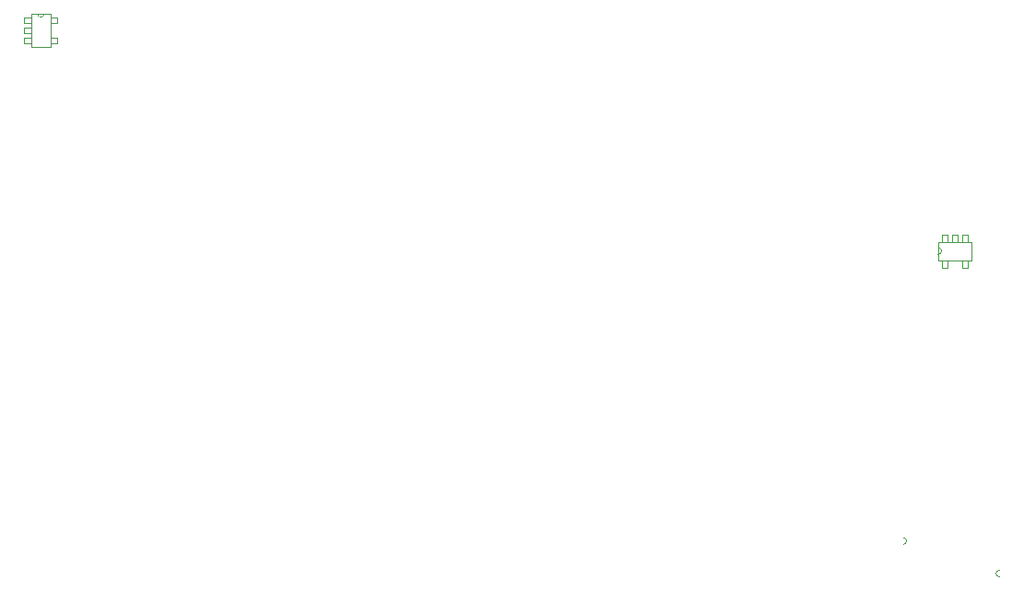
<source format=gm1>
G04 Layer_Color=16711935*
%FSLAX25Y25*%
%MOIN*%
G70*
G01*
G75*
%ADD135C,0.00000*%
D135*
X550500Y77800D02*
G03*
X550500Y80200I0J1200D01*
G01*
X563200Y182725D02*
G03*
X563200Y185125I0J1200D01*
G01*
X585300Y68400D02*
G03*
X585300Y66000I0J-1200D01*
G01*
X237400Y269900D02*
G03*
X239800Y269900I1200J0D01*
G01*
X564460Y178025D02*
Y180475D01*
Y178025D02*
X566460D01*
Y180475D01*
X564460D02*
X566460D01*
X571941Y178025D02*
Y180475D01*
Y178025D02*
X573941D01*
Y180475D01*
X571941D02*
X573941D01*
Y187375D02*
Y189825D01*
X571941D02*
X573941D01*
X571941Y187375D02*
Y189825D01*
Y187375D02*
X573941D01*
X570200D02*
Y189825D01*
X568200D02*
X570200D01*
X568200Y187375D02*
Y189825D01*
Y187375D02*
X570200D01*
X566460D02*
Y189825D01*
X564460D02*
X566460D01*
X564460Y187375D02*
Y189825D01*
Y187375D02*
X566460D01*
X563200D02*
X575200D01*
X563200Y180475D02*
Y187375D01*
Y180475D02*
X575200D01*
Y187375D01*
X242050Y268640D02*
X244500D01*
Y266640D02*
Y268640D01*
X242050Y266640D02*
X244500D01*
X242050D02*
Y268640D01*
Y261160D02*
X244500D01*
Y259160D02*
Y261160D01*
X242050Y259160D02*
X244500D01*
X242050D02*
Y261160D01*
X232700Y259160D02*
X235150D01*
X232700D02*
Y261160D01*
X235150D01*
Y259160D02*
Y261160D01*
X232700Y262900D02*
X235150D01*
X232700D02*
Y264900D01*
X235150D01*
Y262900D02*
Y264900D01*
X232700Y266640D02*
X235150D01*
X232700D02*
Y268640D01*
X235150D01*
Y266640D02*
Y268640D01*
Y257900D02*
Y269900D01*
X242050D01*
Y257900D02*
Y269900D01*
X235150Y257900D02*
X242050D01*
M02*

</source>
